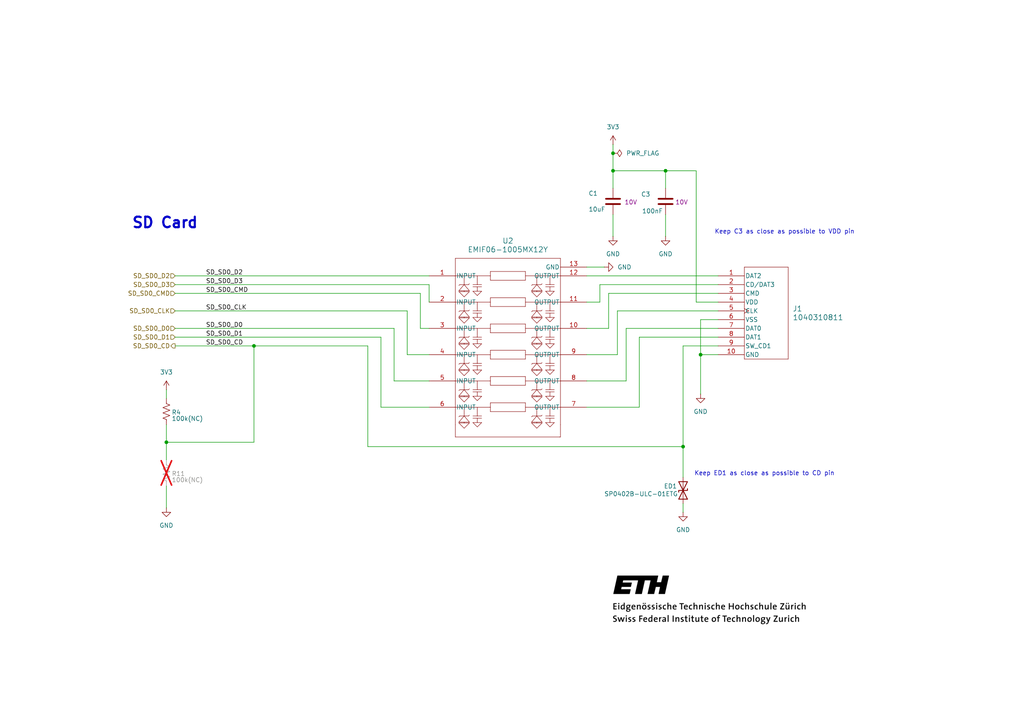
<source format=kicad_sch>
(kicad_sch (version 20250114) (generator "eeschema") (generator_version "9.0")
  (paper "A4")
  (title_block (title "BT-MV Duo 01 Deck") (date "4.11.2025") (rev "A"))
  (lib_symbols
    (symbol "Device:C" (pin_numbers (hide yes)) (pin_names (offset 0.254))
      (property "Reference" "C" (at 0.635 2.54 0))
      (property "Value" "C" (at 0.635 -2.54 0))
      (symbol "C_0_1"
        (polyline (pts (xy -2.032 0.762) (xy 2.032 0.762)) (stroke (width 0.508)))
        (polyline (pts (xy -2.032 -0.762) (xy 2.032 -0.762)) (stroke (width 0.508)))
      )
      (symbol "C_1_1"
        (pin passive line (at 0 3.81 270) (length 2.794) (name "~") (number "1"))
        (pin passive line (at 0 -3.81 90) (length 2.794) (name "~") (number "2"))
      )
    )
    (symbol "Device:D_TVS" (pin_numbers (hide yes)) (pin_names (offset 1.016) (hide yes))
      (property "Reference" "D" (at 0 2.54 0))
      (property "Value" "D_TVS" (at 0 -2.54 0))
      (symbol "D_TVS_0_1"
        (polyline (pts (xy -2.54 1.27) (xy -2.54 -1.27) (xy 2.54 1.27) (xy 2.54 -1.27) (xy -2.54 1.27)) (stroke (width 0.254)))
        (polyline (pts (xy 0.508 1.27) (xy 0 1.27) (xy 0 -1.27) (xy -0.508 -1.27)) (stroke (width 0.254)))
        (polyline (pts (xy 1.27 0) (xy -1.27 0)))
      )
      (symbol "D_TVS_1_1"
        (pin passive line (at -3.81 0 0) (length 2.54) (name "A1") (number "1"))
        (pin passive line (at 3.81 0 180) (length 2.54) (name "A2") (number "2"))
      )
    )
    (symbol "Device:R_US" (pin_numbers (hide yes)) (pin_names (offset 0))
      (property "Reference" "R" (at 2.54 0 90))
      (property "Value" "R_US" (at -2.54 0 90))
      (symbol "R_US_0_1"
        (polyline (pts (xy 0 2.286) (xy 0 2.54)))
        (polyline (pts (xy 0 2.286) (xy 1.016 1.905) (xy 0 1.524) (xy -1.016 1.143) (xy 0 0.762)))
        (polyline (pts (xy 0 0.762) (xy 1.016 0.381) (xy 0 0) (xy -1.016 -0.381) (xy 0 -0.762)))
        (polyline (pts (xy 0 -0.762) (xy 1.016 -1.143) (xy 0 -1.524) (xy -1.016 -1.905) (xy 0 -2.286)))
        (polyline (pts (xy 0 -2.286) (xy 0 -2.54)))
      )
      (symbol "R_US_1_1"
        (pin passive line (at 0 3.81 270) (length 1.27) (name "~") (number "1"))
        (pin passive line (at 0 -3.81 90) (length 1.27) (name "~") (number "2"))
      )
    )
    (symbol "Milk V Library:1040310811" (pin_names (offset 0.254))
      (property "Reference" "J" (at 21.59 3.302 0))
      (property "Value" "1040310811" (at 14.732 -23.368 0))
      (symbol "1040310811_0_1"
        (polyline (pts (xy 7.62 5.08) (xy 7.62 -21.59)) (stroke (width 0.127)))
        (polyline (pts (xy 7.62 -21.59) (xy 20.32 -21.59)) (stroke (width 0.127)))
        (polyline (pts (xy 20.32 5.08) (xy 7.62 5.08)) (stroke (width 0.127)))
        (polyline (pts (xy 20.32 -21.59) (xy 20.32 5.08)) (stroke (width 0.127)))
        (pin bidirectional line (at 0 2.54 0) (length 7.62) (name "DAT2") (number "1"))
        (pin bidirectional line (at 0 0 0) (length 7.62) (name "CD/DAT3") (number "2"))
        (pin power_in line (at 0 -5.08 0) (length 7.62) (name "VDD") (number "4"))
      )
      (symbol "1040310811_1_1"
        (pin bidirectional line (at 0 -2.54 0) (length 7.62) (name "CMD") (number "3"))
        (pin input clock (at 0 -7.62 0) (length 7.62) (name "CLK") (number "5"))
        (pin passive line (at 0 -10.16 0) (length 7.62) (name "VSS") (number "6"))
        (pin bidirectional line (at 0 -12.7 0) (length 7.62) (name "DAT0") (number "7"))
        (pin bidirectional line (at 0 -15.24 0) (length 7.62) (name "DAT1") (number "8"))
        (pin passive line (at 0 -17.78 0) (length 7.62) (name "SW_CD1") (number "9"))
        (pin passive line (at 0 -20.32 0) (length 7.62) (name "GND") (number "10"))
      )
    )
    (symbol "Milk V Library:EMIF06-1005MX12Y" (pin_names (offset 0.254))
      (property "Reference" "U2" (at 22.86 10.16 0))
      (property "Value" "EMIF06-1005MX12Y" (at 22.86 7.62 0))
      (symbol "EMIF06-1005MX12Y_0_1"
        (polyline (pts (xy 7.62 5.08) (xy 7.62 -43.18)) (stroke (width 0.127)))
        (polyline (pts (xy 7.62 0) (xy 17.78 0)) (stroke (width 0.127)))
        (polyline (pts (xy 7.62 -7.62) (xy 17.78 -7.62)) (stroke (width 0.127)))
        (polyline (pts (xy 7.62 -15.24) (xy 17.78 -15.24)) (stroke (width 0.127)))
        (polyline (pts (xy 7.62 -22.86) (xy 17.78 -22.86)) (stroke (width 0.127)))
        (polyline (pts (xy 7.62 -30.48) (xy 17.78 -30.48)) (stroke (width 0.127)))
        (polyline (pts (xy 7.62 -38.1) (xy 17.78 -38.1)) (stroke (width 0.127)))
        (polyline (pts (xy 7.62 -46.736) (xy 7.62 -43.18)) (stroke (width 0.127)))
        (polyline (pts (xy 7.62 -46.736) (xy 37.846 -46.736)) (stroke (width 0.127)))
        (polyline (pts (xy 8.636 -4.318) (xy 11.684 -4.318)) (stroke (width 0.127)))
        (polyline (pts (xy 8.636 -4.572) (xy 10.16 -6.096)) (stroke (width 0.127)))
        (polyline (pts (xy 8.636 -11.938) (xy 11.684 -11.938)) (stroke (width 0.127)))
        (polyline (pts (xy 8.636 -12.192) (xy 10.16 -13.716)) (stroke (width 0.127)))
        (polyline (pts (xy 8.636 -19.558) (xy 11.684 -19.558)) (stroke (width 0.127)))
        (polyline (pts (xy 8.636 -19.812) (xy 10.16 -21.336)) (stroke (width 0.127)))
        (polyline (pts (xy 8.636 -27.178) (xy 11.684 -27.178)) (stroke (width 0.127)))
        (polyline (pts (xy 8.636 -27.432) (xy 10.16 -28.956)) (stroke (width 0.127)))
        (polyline (pts (xy 8.636 -34.798) (xy 11.684 -34.798)) (stroke (width 0.127)))
        (polyline (pts (xy 8.636 -35.052) (xy 10.16 -36.576)) (stroke (width 0.127)))
        (polyline (pts (xy 8.636 -42.418) (xy 11.684 -42.418)) (stroke (width 0.127)))
        (polyline (pts (xy 8.636 -42.672) (xy 10.16 -44.196)) (stroke (width 0.127)))
        (polyline (pts (xy 8.89 -2.54) (xy 8.636 -2.794)) (stroke (width 0.127)))
        (polyline (pts (xy 8.89 -10.16) (xy 8.636 -10.414)) (stroke (width 0.127)))
        (polyline (pts (xy 8.89 -17.78) (xy 8.636 -18.034)) (stroke (width 0.127)))
        (polyline (pts (xy 8.89 -25.4) (xy 8.636 -25.654)) (stroke (width 0.127)))
        (polyline (pts (xy 8.89 -33.02) (xy 8.636 -33.274)) (stroke (width 0.127)))
        (polyline (pts (xy 8.89 -40.64) (xy 8.636 -40.894)) (stroke (width 0.127)))
        (polyline (pts (xy 10.16 0) (xy 10.16 -2.54)) (stroke (width 0.127)))
        (polyline (pts (xy 10.16 -2.54) (xy 8.636 -4.318)) (stroke (width 0.127)))
        (polyline (pts (xy 10.16 -2.54) (xy 8.89 -2.54)) (stroke (width 0.127)))
        (polyline (pts (xy 10.16 -2.54) (xy 11.43 -2.54)) (stroke (width 0.127)))
        (polyline (pts (xy 10.16 -4.318) (xy 10.16 -4.572)) (stroke (width 0.127)))
        (polyline (pts (xy 10.16 -4.572) (xy 8.636 -4.572)) (stroke (width 0.127)))
        (polyline (pts (xy 10.16 -6.096) (xy 11.684 -4.572)) (stroke (width 0.127)))
        (polyline (pts (xy 10.16 -7.62) (xy 10.16 -10.16)) (stroke (width 0.127)))
        (polyline (pts (xy 10.16 -10.16) (xy 8.636 -11.938)) (stroke (width 0.127)))
        (polyline (pts (xy 10.16 -10.16) (xy 8.89 -10.16)) (stroke (width 0.127)))
        (polyline (pts (xy 10.16 -10.16) (xy 11.43 -10.16)) (stroke (width 0.127)))
        (polyline (pts (xy 10.16 -11.938) (xy 10.16 -12.192)) (stroke (width 0.127)))
        (polyline (pts (xy 10.16 -12.192) (xy 8.636 -12.192)) (stroke (width 0.127)))
        (polyline (pts (xy 10.16 -13.716) (xy 11.684 -12.192)) (stroke (width 0.127)))
        (polyline (pts (xy 10.16 -15.24) (xy 10.16 -17.78)) (stroke (width 0.127)))
        (polyline (pts (xy 10.16 -17.78) (xy 8.636 -19.558)) (stroke (width 0.127)))
        (polyline (pts (xy 10.16 -17.78) (xy 8.89 -17.78)) (stroke (width 0.127)))
        (polyline (pts (xy 10.16 -17.78) (xy 11.43 -17.78)) (stroke (width 0.127)))
        (polyline (pts (xy 10.16 -19.558) (xy 10.16 -19.812)) (stroke (width 0.127)))
        (polyline (pts (xy 10.16 -19.812) (xy 8.636 -19.812)) (stroke (width 0.127)))
        (polyline (pts (xy 10.16 -21.336) (xy 11.684 -19.812)) (stroke (width 0.127)))
        (polyline (pts (xy 10.16 -22.86) (xy 10.16 -25.4)) (stroke (width 0.127)))
        (polyline (pts (xy 10.16 -25.4) (xy 8.636 -27.178)) (stroke (width 0.127)))
        (polyline (pts (xy 10.16 -25.4) (xy 8.89 -25.4)) (stroke (width 0.127)))
        (polyline (pts (xy 10.16 -25.4) (xy 11.43 -25.4)) (stroke (width 0.127)))
        (polyline (pts (xy 10.16 -27.178) (xy 10.16 -27.432)) (stroke (width 0.127)))
        (polyline (pts (xy 10.16 -27.432) (xy 8.636 -27.432)) (stroke (width 0.127)))
        (polyline (pts (xy 10.16 -28.956) (xy 11.684 -27.432)) (stroke (width 0.127)))
        (polyline (pts (xy 10.16 -30.48) (xy 10.16 -33.02)) (stroke (width 0.127)))
        (polyline (pts (xy 10.16 -33.02) (xy 8.636 -34.798)) (stroke (width 0.127)))
        (polyline (pts (xy 10.16 -33.02) (xy 8.89 -33.02)) (stroke (width 0.127)))
        (polyline (pts (xy 10.16 -33.02) (xy 11.43 -33.02)) (stroke (width 0.127)))
        (polyline (pts (xy 10.16 -34.798) (xy 10.16 -35.052)) (stroke (width 0.127)))
        (polyline (pts (xy 10.16 -35.052) (xy 8.636 -35.052)) (stroke (width 0.127)))
        (polyline (pts (xy 10.16 -36.576) (xy 11.684 -35.052)) (stroke (width 0.127)))
        (polyline (pts (xy 10.16 -38.1) (xy 10.16 -40.64)) (stroke (width 0.127)))
        (polyline (pts (xy 10.16 -40.64) (xy 8.636 -42.418)) (stroke (width 0.127)))
        (polyline (pts (xy 10.16 -40.64) (xy 8.89 -40.64)) (stroke (width 0.127)))
        (polyline (pts (xy 10.16 -40.64) (xy 11.43 -40.64)) (stroke (width 0.127)))
        (polyline (pts (xy 10.16 -42.418) (xy 10.16 -42.672)) (stroke (width 0.127)))
        (polyline (pts (xy 10.16 -42.672) (xy 8.636 -42.672)) (stroke (width 0.127)))
        (polyline (pts (xy 10.16 -44.196) (xy 11.684 -42.672)) (stroke (width 0.127)))
        (polyline (pts (xy 11.43 -2.54) (xy 11.684 -2.286)) (stroke (width 0.127)))
        (polyline (pts (xy 11.43 -10.16) (xy 11.684 -9.906)) (stroke (width 0.127)))
        (polyline (pts (xy 11.43 -17.78) (xy 11.684 -17.526)) (stroke (width 0.127)))
        (polyline (pts (xy 11.43 -25.4) (xy 11.684 -25.146)) (stroke (width 0.127)))
        (polyline (pts (xy 11.43 -33.02) (xy 11.684 -32.766)) (stroke (width 0.127)))
        (polyline (pts (xy 11.43 -40.64) (xy 11.684 -40.386)) (stroke (width 0.127)))
        (polyline (pts (xy 11.684 -4.318) (xy 10.16 -2.54)) (stroke (width 0.127)))
        (polyline (pts (xy 11.684 -4.572) (xy 10.16 -4.572)) (stroke (width 0.127)))
        (polyline (pts (xy 11.684 -11.938) (xy 10.16 -10.16)) (stroke (width 0.127)))
        (polyline (pts (xy 11.684 -12.192) (xy 10.16 -12.192)) (stroke (width 0.127)))
        (polyline (pts (xy 11.684 -19.558) (xy 10.16 -17.78)) (stroke (width 0.127)))
        (polyline (pts (xy 11.684 -19.812) (xy 10.16 -19.812)) (stroke (width 0.127)))
        (polyline (pts (xy 11.684 -27.178) (xy 10.16 -25.4)) (stroke (width 0.127)))
        (polyline (pts (xy 11.684 -27.432) (xy 10.16 -27.432)) (stroke (width 0.127)))
        (polyline (pts (xy 11.684 -34.798) (xy 10.16 -33.02)) (stroke (width 0.127)))
        (polyline (pts (xy 11.684 -35.052) (xy 10.16 -35.052)) (stroke (width 0.127)))
        (polyline (pts (xy 11.684 -42.418) (xy 10.16 -40.64)) (stroke (width 0.127)))
        (polyline (pts (xy 11.684 -42.672) (xy 10.16 -42.672)) (stroke (width 0.127)))
        (polyline (pts (xy 12.7 -3.175) (xy 15.24 -3.175)) (stroke (width 0.127)))
        (polyline (pts (xy 12.7 -4.445) (xy 13.97 -5.715)) (stroke (width 0.127)))
        (polyline (pts (xy 12.7 -10.795) (xy 15.24 -10.795)) (stroke (width 0.127)))
        (polyline (pts (xy 12.7 -12.065) (xy 13.97 -13.335)) (stroke (width 0.127)))
        (polyline (pts (xy 12.7 -18.415) (xy 15.24 -18.415)) (stroke (width 0.127)))
        (polyline (pts (xy 12.7 -19.685) (xy 13.97 -20.955)) (stroke (width 0.127)))
        (polyline (pts (xy 12.7 -26.035) (xy 15.24 -26.035)) (stroke (width 0.127)))
        (polyline (pts (xy 12.7 -27.305) (xy 13.97 -28.575)) (stroke (width 0.127)))
        (polyline (pts (xy 12.7 -33.655) (xy 15.24 -33.655)) (stroke (width 0.127)))
        (polyline (pts (xy 12.7 -34.925) (xy 13.97 -36.195)) (stroke (width 0.127)))
        (polyline (pts (xy 12.7 -41.275) (xy 15.24 -41.275)) (stroke (width 0.127)))
        (polyline (pts (xy 12.7 -42.545) (xy 13.97 -43.815)) (stroke (width 0.127)))
        (polyline (pts (xy 13.97 0) (xy 13.97 -2.54)) (stroke (width 0.127)))
        (polyline (pts (xy 13.97 -2.54) (xy 12.7 -2.54)) (stroke (width 0.127)))
        (polyline (pts (xy 13.97 -2.54) (xy 15.24 -2.54)) (stroke (width 0.127)))
        (polyline (pts (xy 13.97 -3.175) (xy 13.97 -4.445)) (stroke (width 0.127)))
        (polyline (pts (xy 13.97 -4.445) (xy 12.7 -4.445)) (stroke (width 0.127)))
        (polyline (pts (xy 13.97 -4.445) (xy 15.24 -4.445)) (stroke (width 0.127)))
        (polyline (pts (xy 13.97 -7.62) (xy 13.97 -10.16)) (stroke (width 0.127)))
        (polyline (pts (xy 13.97 -10.16) (xy 12.7 -10.16)) (stroke (width 0.127)))
        (polyline (pts (xy 13.97 -10.16) (xy 15.24 -10.16)) (stroke (width 0.127)))
        (polyline (pts (xy 13.97 -10.795) (xy 13.97 -12.065)) (stroke (width 0.127)))
        (polyline (pts (xy 13.97 -12.065) (xy 12.7 -12.065)) (stroke (width 0.127)))
        (polyline (pts (xy 13.97 -12.065) (xy 15.24 -12.065)) (stroke (width 0.127)))
        (polyline (pts (xy 13.97 -15.24) (xy 13.97 -17.78)) (stroke (width 0.127)))
        (polyline (pts (xy 13.97 -17.78) (xy 12.7 -17.78)) (stroke (width 0.127)))
        (polyline (pts (xy 13.97 -17.78) (xy 15.24 -17.78)) (stroke (width 0.127)))
        (polyline (pts (xy 13.97 -18.415) (xy 13.97 -19.685)) (stroke (width 0.127)))
        (polyline (pts (xy 13.97 -19.685) (xy 12.7 -19.685)) (stroke (width 0.127)))
        (polyline (pts (xy 13.97 -19.685) (xy 15.24 -19.685)) (stroke (width 0.127)))
        (polyline (pts (xy 13.97 -22.86) (xy 13.97 -25.4)) (stroke (width 0.127)))
        (polyline (pts (xy 13.97 -25.4) (xy 12.7 -25.4)) (stroke (width 0.127)))
        (polyline (pts (xy 13.97 -25.4) (xy 15.24 -25.4)) (stroke (width 0.127)))
        (polyline (pts (xy 13.97 -26.035) (xy 13.97 -27.305)) (stroke (width 0.127)))
        (polyline (pts (xy 13.97 -27.305) (xy 12.7 -27.305)) (stroke (width 0.127)))
        (polyline (pts (xy 13.97 -27.305) (xy 15.24 -27.305)) (stroke (width 0.127)))
        (polyline (pts (xy 13.97 -30.48) (xy 13.97 -33.02)) (stroke (width 0.127)))
        (polyline (pts (xy 13.97 -33.02) (xy 12.7 -33.02)) (stroke (width 0.127)))
        (polyline (pts (xy 13.97 -33.02) (xy 15.24 -33.02)) (stroke (width 0.127)))
        (polyline (pts (xy 13.97 -33.655) (xy 13.97 -34.925)) (stroke (width 0.127)))
        (polyline (pts (xy 13.97 -34.925) (xy 12.7 -34.925)) (stroke (width 0.127)))
        (polyline (pts (xy 13.97 -34.925) (xy 15.24 -34.925)) (stroke (width 0.127)))
        (polyline (pts (xy 13.97 -38.1) (xy 13.97 -40.64)) (stroke (width 0.127)))
        (polyline (pts (xy 13.97 -40.64) (xy 12.7 -40.64)) (stroke (width 0.127)))
        (polyline (pts (xy 13.97 -40.64) (xy 15.24 -40.64)) (stroke (width 0.127)))
        (polyline (pts (xy 13.97 -41.275) (xy 13.97 -42.545)) (stroke (width 0.127)))
        (polyline (pts (xy 13.97 -42.545) (xy 12.7 -42.545)) (stroke (width 0.127)))
        (polyline (pts (xy 13.97 -42.545) (xy 15.24 -42.545)) (stroke (width 0.127)))
        (polyline (pts (xy 15.24 -4.445) (xy 13.97 -5.715)) (stroke (width 0.127)))
        (polyline (pts (xy 15.24 -12.065) (xy 13.97 -13.335)) (stroke (width 0.127)))
        (polyline (pts (xy 15.24 -19.685) (xy 13.97 -20.955)) (stroke (width 0.127)))
        (polyline (pts (xy 15.24 -27.305) (xy 13.97 -28.575)) (stroke (width 0.127)))
        (polyline (pts (xy 15.24 -34.925) (xy 13.97 -36.195)) (stroke (width 0.127)))
        (polyline (pts (xy 15.24 -42.545) (xy 13.97 -43.815)) (stroke (width 0.127)))
        (polyline (pts (xy 17.78 0) (xy 17.78 1.27)) (stroke (width 0.127)))
        (polyline (pts (xy 17.78 0) (xy 17.78 -1.27)) (stroke (width 0.127)))
        (polyline (pts (xy 17.78 -1.27) (xy 27.94 -1.27)) (stroke (width 0.127)))
        (polyline (pts (xy 17.78 -7.62) (xy 17.78 -6.35)) (stroke (width 0.127)))
        (polyline (pts (xy 17.78 -7.62) (xy 17.78 -8.89)) (stroke (width 0.127)))
        (polyline (pts (xy 17.78 -8.89) (xy 27.94 -8.89)) (stroke (width 0.127)))
        (polyline (pts (xy 17.78 -15.24) (xy 17.78 -13.97)) (stroke (width 0.127)))
        (polyline (pts (xy 17.78 -15.24) (xy 17.78 -16.51)) (stroke (width 0.127)))
        (polyline (pts (xy 17.78 -16.51) (xy 27.94 -16.51)) (stroke (width 0.127)))
        (polyline (pts (xy 17.78 -22.86) (xy 17.78 -21.59)) (stroke (width 0.127)))
        (polyline (pts (xy 17.78 -22.86) (xy 17.78 -24.13)) (stroke (width 0.127)))
        (polyline (pts (xy 17.78 -24.13) (xy 27.94 -24.13)) (stroke (width 0.127)))
        (polyline (pts (xy 17.78 -30.48) (xy 17.78 -29.21)) (stroke (width 0.127)))
        (polyline (pts (xy 17.78 -30.48) (xy 17.78 -31.75)) (stroke (width 0.127)))
        (polyline (pts (xy 17.78 -31.75) (xy 27.94 -31.75)) (stroke (width 0.127)))
        (polyline (pts (xy 17.78 -38.1) (xy 17.78 -36.83)) (stroke (width 0.127)))
        (polyline (pts (xy 17.78 -38.1) (xy 17.78 -39.37)) (stroke (width 0.127)))
        (polyline (pts (xy 17.78 -39.37) (xy 27.94 -39.37)) (stroke (width 0.127)))
        (polyline (pts (xy 27.94 1.27) (xy 17.78 1.27)) (stroke (width 0.127)))
        (polyline (pts (xy 27.94 -1.27) (xy 27.94 1.27)) (stroke (width 0.127)))
        (polyline (pts (xy 27.94 -6.35) (xy 17.78 -6.35)) (stroke (width 0.127)))
        (polyline (pts (xy 27.94 -8.89) (xy 27.94 -6.35)) (stroke (width 0.127)))
        (polyline (pts (xy 27.94 -13.97) (xy 17.78 -13.97)) (stroke (width 0.127)))
        (polyline (pts (xy 27.94 -16.51) (xy 27.94 -13.97)) (stroke (width 0.127)))
        (polyline (pts (xy 27.94 -21.59) (xy 17.78 -21.59)) (stroke (width 0.127)))
        (polyline (pts (xy 27.94 -24.13) (xy 27.94 -21.59)) (stroke (width 0.127)))
        (polyline (pts (xy 27.94 -29.21) (xy 17.78 -29.21)) (stroke (width 0.127)))
        (polyline (pts (xy 27.94 -31.75) (xy 27.94 -29.21)) (stroke (width 0.127)))
        (polyline (pts (xy 27.94 -36.83) (xy 17.78 -36.83)) (stroke (width 0.127)))
        (polyline (pts (xy 27.94 -39.37) (xy 27.94 -36.83)) (stroke (width 0.127)))
        (polyline (pts (xy 29.718 -4.318) (xy 32.766 -4.318)) (stroke (width 0.127)))
        (polyline (pts (xy 29.718 -4.572) (xy 31.242 -6.096)) (stroke (width 0.127)))
        (polyline (pts (xy 29.718 -11.938) (xy 32.766 -11.938)) (stroke (width 0.127)))
        (polyline (pts (xy 29.718 -12.192) (xy 31.242 -13.716)) (stroke (width 0.127)))
        (polyline (pts (xy 29.718 -19.558) (xy 32.766 -19.558)) (stroke (width 0.127)))
        (polyline (pts (xy 29.718 -19.812) (xy 31.242 -21.336)) (stroke (width 0.127)))
        (polyline (pts (xy 29.718 -27.178) (xy 32.766 -27.178)) (stroke (width 0.127)))
        (polyline (pts (xy 29.718 -27.432) (xy 31.242 -28.956)) (stroke (width 0.127)))
        (polyline (pts (xy 29.718 -34.798) (xy 32.766 -34.798)) (stroke (width 0.127)))
        (polyline (pts (xy 29.718 -35.052) (xy 31.242 -36.576)) (stroke (width 0.127)))
        (polyline (pts (xy 29.718 -42.418) (xy 32.766 -42.418)) (stroke (width 0.127)))
        (polyline (pts (xy 29.718 -42.672) (xy 31.242 -44.196)) (stroke (width 0.127)))
        (polyline (pts (xy 29.972 -2.54) (xy 29.718 -2.794)) (stroke (width 0.127)))
        (polyline (pts (xy 29.972 -10.16) (xy 29.718 -10.414)) (stroke (width 0.127)))
        (polyline (pts (xy 29.972 -17.78) (xy 29.718 -18.034)) (stroke (width 0.127)))
        (polyline (pts (xy 29.972 -25.4) (xy 29.718 -25.654)) (stroke (width 0.127)))
        (polyline (pts (xy 29.972 -33.02) (xy 29.718 -33.274)) (stroke (width 0.127)))
        (polyline (pts (xy 29.972 -40.64) (xy 29.718 -40.894)) (stroke (width 0.127)))
        (polyline (pts (xy 31.242 0) (xy 31.242 -2.54)) (stroke (width 0.127)))
        (polyline (pts (xy 31.242 -2.54) (xy 29.718 -4.318)) (stroke (width 0.127)))
        (polyline (pts (xy 31.242 -2.54) (xy 29.972 -2.54)) (stroke (width 0.127)))
        (polyline (pts (xy 31.242 -2.54) (xy 32.512 -2.54)) (stroke (width 0.127)))
        (polyline (pts (xy 31.242 -4.318) (xy 31.242 -4.572)) (stroke (width 0.127)))
        (polyline (pts (xy 31.242 -4.572) (xy 29.718 -4.572)) (stroke (width 0.127)))
        (polyline (pts (xy 31.242 -6.096) (xy 32.766 -4.572)) (stroke (width 0.127)))
        (polyline (pts (xy 31.242 -7.62) (xy 31.242 -10.16)) (stroke (width 0.127)))
        (polyline (pts (xy 31.242 -10.16) (xy 29.718 -11.938)) (stroke (width 0.127)))
        (polyline (pts (xy 31.242 -10.16) (xy 29.972 -10.16)) (stroke (width 0.127)))
        (polyline (pts (xy 31.242 -10.16) (xy 32.512 -10.16)) (stroke (width 0.127)))
        (polyline (pts (xy 31.242 -11.938) (xy 31.242 -12.192)) (stroke (width 0.127)))
        (polyline (pts (xy 31.242 -12.192) (xy 29.718 -12.192)) (stroke (width 0.127)))
        (polyline (pts (xy 31.242 -13.716) (xy 32.766 -12.192)) (stroke (width 0.127)))
        (polyline (pts (xy 31.242 -15.24) (xy 31.242 -17.78)) (stroke (width 0.127)))
        (polyline (pts (xy 31.242 -17.78) (xy 29.718 -19.558)) (stroke (width 0.127)))
        (polyline (pts (xy 31.242 -17.78) (xy 29.972 -17.78)) (stroke (width 0.127)))
        (polyline (pts (xy 31.242 -17.78) (xy 32.512 -17.78)) (stroke (width 0.127)))
        (polyline (pts (xy 31.242 -19.558) (xy 31.242 -19.812)) (stroke (width 0.127)))
        (polyline (pts (xy 31.242 -19.812) (xy 29.718 -19.812)) (stroke (width 0.127)))
        (polyline (pts (xy 31.242 -21.336) (xy 32.766 -19.812)) (stroke (width 0.127)))
        (polyline (pts (xy 31.242 -22.86) (xy 31.242 -25.4)) (stroke (width 0.127)))
        (polyline (pts (xy 31.242 -25.4) (xy 29.718 -27.178)) (stroke (width 0.127)))
        (polyline (pts (xy 31.242 -25.4) (xy 29.972 -25.4)) (stroke (width 0.127)))
        (polyline (pts (xy 31.242 -25.4) (xy 32.512 -25.4)) (stroke (width 0.127)))
        (polyline (pts (xy 31.242 -27.178) (xy 31.242 -27.432)) (stroke (width 0.127)))
        (polyline (pts (xy 31.242 -27.432) (xy 29.718 -27.432)) (stroke (width 0.127)))
        (polyline (pts (xy 31.242 -28.956) (xy 32.766 -27.432)) (stroke (width 0.127)))
        (polyline (pts (xy 31.242 -30.48) (xy 31.242 -33.02)) (stroke (width 0.127)))
        (polyline (pts (xy 31.242 -33.02) (xy 29.718 -34.798)) (stroke (width 0.127)))
        (polyline (pts (xy 31.242 -33.02) (xy 29.972 -33.02)) (stroke (width 0.127)))
        (polyline (pts (xy 31.242 -33.02) (xy 32.512 -33.02)) (stroke (width 0.127)))
        (polyline (pts (xy 31.242 -34.798) (xy 31.242 -35.052)) (stroke (width 0.127)))
        (polyline (pts (xy 31.242 -35.052) (xy 29.718 -35.052)) (stroke (width 0.127)))
        (polyline (pts (xy 31.242 -36.576) (xy 32.766 -35.052)) (stroke (width 0.127)))
        (polyline (pts (xy 31.242 -38.1) (xy 31.242 -40.64)) (stroke (width 0.127)))
        (polyline (pts (xy 31.242 -40.64) (xy 29.718 -42.418)) (stroke (width 0.127)))
        (polyline (pts (xy 31.242 -40.64) (xy 29.972 -40.64)) (stroke (width 0.127)))
        (polyline (pts (xy 31.242 -40.64) (xy 32.512 -40.64)) (stroke (width 0.127)))
        (polyline (pts (xy 31.242 -42.418) (xy 31.242 -42.672)) (stroke (width 0.127)))
        (polyline (pts (xy 31.242 -42.672) (xy 29.718 -42.672)) (stroke (width 0.127)))
        (polyline (pts (xy 31.242 -44.196) (xy 32.766 -42.672)) (stroke (width 0.127)))
        (polyline (pts (xy 32.512 -2.54) (xy 32.766 -2.286)) (stroke (width 0.127)))
        (polyline (pts (xy 32.512 -10.16) (xy 32.766 -9.906)) (stroke (width 0.127)))
        (polyline (pts (xy 32.512 -17.78) (xy 32.766 -17.526)) (stroke (width 0.127)))
        (polyline (pts (xy 32.512 -25.4) (xy 32.766 -25.146)) (stroke (width 0.127)))
        (polyline (pts (xy 32.512 -33.02) (xy 32.766 -32.766)) (stroke (width 0.127)))
        (polyline (pts (xy 32.512 -40.64) (xy 32.766 -40.386)) (stroke (width 0.127)))
        (polyline (pts (xy 32.766 -4.318) (xy 31.242 -2.54)) (stroke (width 0.127)))
        (polyline (pts (xy 32.766 -4.572) (xy 31.242 -4.572)) (stroke (width 0.127)))
        (polyline (pts (xy 32.766 -11.938) (xy 31.242 -10.16)) (stroke (width 0.127)))
        (polyline (pts (xy 32.766 -12.192) (xy 31.242 -12.192)) (stroke (width 0.127)))
        (polyline (pts (xy 32.766 -19.558) (xy 31.242 -17.78)) (stroke (width 0.127)))
        (polyline (pts (xy 32.766 -19.812) (xy 31.242 -19.812)) (stroke (width 0.127)))
        (polyline (pts (xy 32.766 -27.178) (xy 31.242 -25.4)) (stroke (width 0.127)))
        (polyline (pts (xy 32.766 -27.432) (xy 31.242 -27.432)) (stroke (width 0.127)))
        (polyline (pts (xy 32.766 -34.798) (xy 31.242 -33.02)) (stroke (width 0.127)))
        (polyline (pts (xy 32.766 -35.052) (xy 31.242 -35.052)) (stroke (width 0.127)))
        (polyline (pts (xy 32.766 -42.418) (xy 31.242 -40.64)) (stroke (width 0.127)))
        (polyline (pts (xy 32.766 -42.672) (xy 31.242 -42.672)) (stroke (width 0.127)))
        (polyline (pts (xy 33.782 -3.175) (xy 36.322 -3.175)) (stroke (width 0.127)))
        (polyline (pts (xy 33.782 -4.445) (xy 35.052 -5.715)) (stroke (width 0.127)))
        (polyline (pts (xy 33.782 -10.795) (xy 36.322 -10.795)) (stroke (width 0.127)))
        (polyline (pts (xy 33.782 -12.065) (xy 35.052 -13.335)) (stroke (width 0.127)))
        (polyline (pts (xy 33.782 -18.415) (xy 36.322 -18.415)) (stroke (width 0.127)))
        (polyline (pts (xy 33.782 -19.685) (xy 35.052 -20.955)) (stroke (width 0.127)))
        (polyline (pts (xy 33.782 -26.035) (xy 36.322 -26.035)) (stroke (width 0.127)))
        (polyline (pts (xy 33.782 -27.305) (xy 35.052 -28.575)) (stroke (width 0.127)))
        (polyline (pts (xy 33.782 -33.655) (xy 36.322 -33.655)) (stroke (width 0.127)))
        (polyline (pts (xy 33.782 -34.925) (xy 35.052 -36.195)) (stroke (width 0.127)))
        (polyline (pts (xy 33.782 -41.275) (xy 36.322 -41.275)) (stroke (width 0.127)))
        (polyline (pts (xy 33.782 -42.545) (xy 35.052 -43.815)) (stroke (width 0.127)))
        (polyline (pts (xy 35.052 0) (xy 35.052 -2.54)) (stroke (width 0.127)))
        (polyline (pts (xy 35.052 -2.54) (xy 33.782 -2.54)) (stroke (width 0.127)))
        (polyline (pts (xy 35.052 -2.54) (xy 36.322 -2.54)) (stroke (width 0.127)))
        (polyline (pts (xy 35.052 -3.175) (xy 35.052 -4.445)) (stroke (width 0.127)))
        (polyline (pts (xy 35.052 -4.445) (xy 33.782 -4.445)) (stroke (width 0.127)))
        (polyline (pts (xy 35.052 -4.445) (xy 36.322 -4.445)) (stroke (width 0.127)))
        (polyline (pts (xy 35.052 -7.62) (xy 35.052 -10.16)) (stroke (width 0.127)))
        (polyline (pts (xy 35.052 -10.16) (xy 33.782 -10.16)) (stroke (width 0.127)))
        (polyline (pts (xy 35.052 -10.16) (xy 36.322 -10.16)) (stroke (width 0.127)))
        (polyline (pts (xy 35.052 -10.795) (xy 35.052 -12.065)) (stroke (width 0.127)))
        (polyline (pts (xy 35.052 -12.065) (xy 33.782 -12.065)) (stroke (width 0.127)))
        (polyline (pts (xy 35.052 -12.065) (xy 36.322 -12.065)) (stroke (width 0.127)))
        (polyline (pts (xy 35.052 -15.24) (xy 35.052 -17.78)) (stroke (width 0.127)))
        (polyline (pts (xy 35.052 -17.78) (xy 33.782 -17.78)) (stroke (width 0.127)))
        (polyline (pts (xy 35.052 -17.78) (xy 36.322 -17.78)) (stroke (width 0.127)))
        (polyline (pts (xy 35.052 -18.415) (xy 35.052 -19.685)) (stroke (width 0.127)))
        (polyline (pts (xy 35.052 -19.685) (xy 33.782 -19.685)) (stroke (width 0.127)))
        (polyline (pts (xy 35.052 -19.685) (xy 36.322 -19.685)) (stroke (width 0.127)))
        (polyline (pts (xy 35.052 -22.86) (xy 35.052 -25.4)) (stroke (width 0.127)))
        (polyline (pts (xy 35.052 -25.4) (xy 33.782 -25.4)) (stroke (width 0.127)))
        (polyline (pts (xy 35.052 -25.4) (xy 36.322 -25.4)) (stroke (width 0.127)))
        (polyline (pts (xy 35.052 -26.035) (xy 35.052 -27.305)) (stroke (width 0.127)))
        (polyline (pts (xy 35.052 -27.305) (xy 33.782 -27.305)) (stroke (width 0.127)))
        (polyline (pts (xy 35.052 -27.305) (xy 36.322 -27.305)) (stroke (width 0.127)))
        (polyline (pts (xy 35.052 -30.48) (xy 35.052 -33.02)) (stroke (width 0.127)))
        (polyline (pts (xy 35.052 -33.02) (xy 33.782 -33.02)) (stroke (width 0.127)))
        (polyline (pts (xy 35.052 -33.02) (xy 36.322 -33.02)) (stroke (width 0.127)))
        (polyline (pts (xy 35.052 -33.655) (xy 35.052 -34.925)) (stroke (width 0.127)))
        (polyline (pts (xy 35.052 -34.925) (xy 33.782 -34.925)) (stroke (width 0.127)))
        (polyline (pts (xy 35.052 -34.925) (xy 36.322 -34.925)) (stroke (width 0.127)))
        (polyline (pts (xy 35.052 -38.1) (xy 35.052 -40.64)) (stroke (width 0.127)))
        (polyline (pts (xy 35.052 -40.64) (xy 33.782 -40.64)) (stroke (width 0.127)))
        (polyline (pts (xy 35.052 -40.64) (xy 36.322 -40.64)) (stroke (width 0.127)))
        (polyline (pts (xy 35.052 -41.275) (xy 35.052 -42.545)) (stroke (width 0.127)))
        (polyline (pts (xy 35.052 -42.545) (xy 33.782 -42.545)) (stroke (width 0.127)))
        (polyline (pts (xy 35.052 -42.545) (xy 36.322 -42.545)) (stroke (width 0.127)))
        (polyline (pts (xy 36.322 -4.445) (xy 35.052 -5.715)) (stroke (width 0.127)))
        (polyline (pts (xy 36.322 -12.065) (xy 35.052 -13.335)) (stroke (width 0.127)))
        (polyline (pts (xy 36.322 -19.685) (xy 35.052 -20.955)) (stroke (width 0.127)))
        (polyline (pts (xy 36.322 -27.305) (xy 35.052 -28.575)) (stroke (width 0.127)))
        (polyline (pts (xy 36.322 -34.925) (xy 35.052 -36.195)) (stroke (width 0.127)))
        (polyline (pts (xy 36.322 -42.545) (xy 35.052 -43.815)) (stroke (width 0.127)))
        (polyline (pts (xy 37.846 -46.736) (xy 38.1 -46.736)) (stroke (width 0.127)))
        (polyline (pts (xy 38.1 5.08) (xy 7.62 5.08)) (stroke (width 0.127)))
        (polyline (pts (xy 38.1 0) (xy 27.94 0)) (stroke (width 0.127)))
        (polyline (pts (xy 38.1 -7.62) (xy 27.94 -7.62)) (stroke (width 0.127)))
        (polyline (pts (xy 38.1 -15.24) (xy 27.94 -15.24)) (stroke (width 0.127)))
        (polyline (pts (xy 38.1 -22.86) (xy 27.94 -22.86)) (stroke (width 0.127)))
        (polyline (pts (xy 38.1 -30.48) (xy 27.94 -30.48)) (stroke (width 0.127)))
        (polyline (pts (xy 38.1 -38.1) (xy 27.94 -38.1)) (stroke (width 0.127)))
        (polyline (pts (xy 38.1 -43.18) (xy 38.1 5.08)) (stroke (width 0.127)))
        (polyline (pts (xy 38.1 -43.18) (xy 38.1 -46.736)) (stroke (width 0.127)))
      )
      (symbol "EMIF06-1005MX12Y_1_1"
        (pin input line (at 0 0 0) (length 7.62) (name "INPUT") (number "1"))
        (pin input line (at 0 -7.62 0) (length 7.62) (name "INPUT") (number "2"))
        (pin input line (at 0 -15.24 0) (length 7.62) (name "INPUT") (number "3"))
        (pin input line (at 0 -22.86 0) (length 7.62) (name "INPUT") (number "4"))
        (pin input line (at 0 -30.48 0) (length 7.62) (name "INPUT") (number "5"))
        (pin input line (at 0 -38.1 0) (length 7.62) (name "INPUT") (number "6"))
        (pin passive line (at 45.72 2.54 180) (length 7.62) (name "GND") (number "13"))
        (pin output line (at 45.72 0 180) (length 7.62) (name "OUTPUT") (number "12"))
        (pin output line (at 45.72 -7.62 180) (length 7.62) (name "OUTPUT") (number "11"))
        (pin output line (at 45.72 -15.24 180) (length 7.62) (name "OUTPUT") (number "10"))
        (pin output line (at 45.72 -22.86 180) (length 7.62) (name "OUTPUT") (number "9"))
        (pin output line (at 45.72 -30.48 180) (length 7.62) (name "OUTPUT") (number "8"))
        (pin output line (at 45.72 -38.1 180) (length 7.62) (name "OUTPUT") (number "7"))
      )
    )
    (symbol "power:+3V3" (power) (pin_numbers (hide yes)) (pin_names (offset 0) (hide yes))
      (property "Value" "+3V3" (at 0 3.556 0))
      (symbol "+3V3_0_1"
        (polyline (pts (xy -0.762 1.27) (xy 0 2.54)))
        (polyline (pts (xy 0 2.54) (xy 0.762 1.27)))
        (polyline (pts (xy 0 0) (xy 0 2.54)))
      )
      (symbol "+3V3_1_1"
        (pin power_in line (at 0 0 90) (length 0) (name "~") (number "1"))
      )
    )
    (symbol "power:GND" (power) (pin_numbers (hide yes)) (pin_names (offset 0) (hide yes))
      (property "Value" "GND" (at 0 -3.81 0))
      (symbol "GND_0_1"
        (polyline (pts (xy 0 0) (xy 0 -1.27) (xy 1.27 -1.27) (xy 0 -2.54) (xy -1.27 -1.27) (xy 0 -1.27)))
      )
      (symbol "GND_1_1"
        (pin power_in line (at 0 0 270) (length 0) (name "~") (number "1"))
      )
    )
    (symbol "power:PWR_FLAG" (power) (pin_numbers (hide yes)) (pin_names (offset 0) (hide yes))
      (property "Value" "PWR_FLAG" (at 0 3.81 0))
      (symbol "PWR_FLAG_0_0"
        (pin power_out line (at 0 0 90) (length 0) (name "~") (number "1"))
      )
      (symbol "PWR_FLAG_0_1"
        (polyline (pts (xy 0 0) (xy 0 1.27) (xy -1.016 1.905) (xy 0 2.54) (xy 1.016 1.905) (xy 0 1.27)))
      )
    )
  )
  (text "Keep ED1 as close as possible to CD pin\n\n" (at 221.742 138.43 0) (effects (font (size 1.27 1.27))))
  (text "SD Card" (at 38.1 66.548 0) (effects (font (size 3.048 3.048) (thickness 0.6096) (bold yes)) (justify left bottom)))
  (text "Keep C3 as close as possible to VDD pin\n" (at 227.584 67.31 0) (effects (font (size 1.27 1.27))))
  (junction (at 48.26 128.27))
  (junction (at 193.04 49.53))
  (junction (at 177.8 49.53))
  (junction (at 177.8 44.45))
  (junction (at 73.66 100.33))
  (junction (at 203.2 102.87))
  (junction (at 198.12 129.54))
  (wire (pts (xy 170.18 110.49) (xy 181.61 110.49)))
  (wire (pts (xy 50.8 100.33) (xy 73.66 100.33)))
  (wire (pts (xy 170.18 80.01) (xy 208.28 80.01)))
  (wire (pts (xy 193.04 62.23) (xy 193.04 68.58)))
  (wire (pts (xy 48.26 123.19) (xy 48.26 128.27)))
  (wire (pts (xy 179.07 90.17) (xy 179.07 102.87)))
  (wire (pts (xy 176.53 85.09) (xy 208.28 85.09)))
  (wire (pts (xy 181.61 110.49) (xy 181.61 95.25)))
  (wire (pts (xy 193.04 49.53) (xy 201.93 49.53)))
  (wire (pts (xy 181.61 95.25) (xy 208.28 95.25)))
  (wire (pts (xy 203.2 102.87) (xy 203.2 114.3)))
  (wire (pts (xy 121.92 85.09) (xy 121.92 95.25)))
  (wire (pts (xy 201.93 49.53) (xy 201.93 87.63)))
  (wire (pts (xy 118.11 102.87) (xy 124.46 102.87)))
  (wire (pts (xy 173.99 87.63) (xy 173.99 82.55)))
  (wire (pts (xy 48.26 140.97) (xy 48.26 147.32)))
  (wire (pts (xy 177.8 49.53) (xy 177.8 54.61)))
  (wire (pts (xy 198.12 146.05) (xy 198.12 148.59)))
  (wire (pts (xy 198.12 100.33) (xy 208.28 100.33)))
  (wire (pts (xy 50.8 95.25) (xy 114.3 95.25)))
  (wire (pts (xy 173.99 82.55) (xy 208.28 82.55)))
  (wire (pts (xy 203.2 92.71) (xy 208.28 92.71)))
  (wire (pts (xy 175.26 77.47) (xy 170.18 77.47)))
  (wire (pts (xy 110.49 97.79) (xy 110.49 118.11)))
  (wire (pts (xy 124.46 82.55) (xy 124.46 87.63)))
  (wire (pts (xy 185.42 118.11) (xy 185.42 97.79)))
  (wire (pts (xy 176.53 95.25) (xy 176.53 85.09)))
  (wire (pts (xy 48.26 128.27) (xy 48.26 133.35)))
  (wire (pts (xy 177.8 41.91) (xy 177.8 44.45)))
  (wire (pts (xy 50.8 90.17) (xy 118.11 90.17)))
  (wire (pts (xy 177.8 62.23) (xy 177.8 68.58)))
  (wire (pts (xy 106.68 100.33) (xy 106.68 129.54)))
  (wire (pts (xy 198.12 129.54) (xy 198.12 138.43)))
  (wire (pts (xy 177.8 44.45) (xy 177.8 49.53)))
  (wire (pts (xy 50.8 80.01) (xy 124.46 80.01)))
  (wire (pts (xy 48.26 113.03) (xy 48.26 115.57)))
  (wire (pts (xy 170.18 87.63) (xy 173.99 87.63)))
  (wire (pts (xy 48.26 128.27) (xy 73.66 128.27)))
  (wire (pts (xy 114.3 110.49) (xy 124.46 110.49)))
  (wire (pts (xy 170.18 95.25) (xy 176.53 95.25)))
  (wire (pts (xy 114.3 95.25) (xy 114.3 110.49)))
  (wire (pts (xy 110.49 118.11) (xy 124.46 118.11)))
  (wire (pts (xy 121.92 95.25) (xy 124.46 95.25)))
  (wire (pts (xy 50.8 97.79) (xy 110.49 97.79)))
  (wire (pts (xy 201.93 87.63) (xy 208.28 87.63)))
  (wire (pts (xy 177.8 49.53) (xy 193.04 49.53)))
  (wire (pts (xy 193.04 49.53) (xy 193.04 54.61)))
  (wire (pts (xy 203.2 102.87) (xy 208.28 102.87)))
  (wire (pts (xy 179.07 90.17) (xy 208.28 90.17)))
  (wire (pts (xy 50.8 85.09) (xy 121.92 85.09)))
  (wire (pts (xy 170.18 118.11) (xy 185.42 118.11)))
  (wire (pts (xy 73.66 128.27) (xy 73.66 100.33)))
  (wire (pts (xy 118.11 90.17) (xy 118.11 102.87)))
  (wire (pts (xy 73.66 100.33) (xy 106.68 100.33)))
  (wire (pts (xy 203.2 92.71) (xy 203.2 102.87)))
  (wire (pts (xy 50.8 82.55) (xy 124.46 82.55)))
  (wire (pts (xy 185.42 97.79) (xy 208.28 97.79)))
  (wire (pts (xy 170.18 102.87) (xy 179.07 102.87)))
  (wire (pts (xy 106.68 129.54) (xy 198.12 129.54)))
  (wire (pts (xy 198.12 129.54) (xy 198.12 100.33)))
  (image (at 205.74 173.99) (scale 0.824507))
  (label "SD_SD0_CMD" (at 59.69 85.09 0))
  (label "SD_SD0_D2" (at 59.69 80.01 0))
  (label "SD_SD0_D3" (at 59.69 82.55 0))
  (label "SD_SD0_CLK" (at 59.69 90.17 0))
  (label "SD_SD0_D1" (at 59.69 97.79 0))
  (label "SD_SD0_CD" (at 59.69 100.33 0))
  (label "SD_SD0_D0" (at 59.69 95.25 0))
  (hierarchical_label "SD_SD0_D1" (shape input) (at 50.8 97.79 180))
  (hierarchical_label "SD_SD0_CLK" (shape input) (at 50.8 90.17 180))
  (hierarchical_label "SD_SD0_D2" (shape input) (at 50.8 80.01 180))
  (hierarchical_label "SD_SD0_D3" (shape input) (at 50.8 82.55 180))
  (hierarchical_label "SD_SD0_CD" (shape output) (at 50.8 100.33 180))
  (hierarchical_label "SD_SD0_CMD" (shape input) (at 50.8 85.09 180))
  (hierarchical_label "SD_SD0_D0" (shape input) (at 50.8 95.25 180))
  (symbol (lib_id "Device:C") (at 193.04 58.42 0) (unit 1)
    (property "Reference" "C3" (at 185.928 55.626 0) (effects (justify left top)))
    (property "Value" "100nF" (at 186.182 61.214 0) (effects (justify left)))
    (property "Footprint" "Capacitor_SMD:C_0402_1005Metric_Pad0.74x0.62mm_HandSolder" (effects (hide yes)))
    (property "Datasheet" "GRM155R61A104KA01J" (effects (hide yes)))
    (property "Description" "Unpolarized capacitor" (effects (hide yes)))
    (property "VOLTAGE" "10V" (at 195.834 57.912 0) (effects (justify left top)))
    (property "TOLERANCE" "10%" (effects (hide yes)))
  )
  (symbol (lib_id "power:GND") (at 203.2 114.3 0) (unit 1)
    (property "Reference" "#PWR029" (effects (hide yes)))
    (property "Value" "GND" (at 203.2 119.38 0))
    (property "Description" "Power symbol creates a global label with name \"GND\" , ground" (effects (hide yes)))
  )
  (symbol (lib_id "power:PWR_FLAG") (at 177.8 44.45 270) (unit 1)
    (property "Reference" "#FLG01" (effects (hide yes)))
    (property "Value" "PWR_FLAG" (at 181.61 44.4499 90) (effects (justify left)))
    (property "Description" "Special symbol for telling ERC where power comes from" (effects (hide yes)))
  )
  (symbol (lib_id "Device:R_US") (at 48.26 119.38 0) (unit 1)
    (property "Reference" "R4" (at 49.784 118.872 0) (effects (justify left top)))
    (property "Value" "100k(NC)" (at 54.356 121.412 0))
    (property "Footprint" "Resistor_SMD:R_0402_1005Metric_Pad0.72x0.64mm_HandSolder" (effects (hide yes)))
    (property "Datasheet" "RC0402FR-07100KL" (effects (hide yes)))
    (property "Description" "Resistor, US symbol" (effects (hide yes)))
  )
  (symbol (lib_id "Device:D_TVS") (at 198.12 142.24 270) (mirror x) (unit 1)
    (property "Reference" "ED1" (at 192.532 141.732 90) (effects (justify left top)))
    (property "Value" "SP0402B-ULC-01ETG" (at 185.928 143.256 90))
    (property "Footprint" "Diode_SMD:D_0402_1005Metric" (effects (hide yes)))
    (property "Datasheet" "SP0402B-ULC-01ETG" (effects (hide yes)))
    (property "Description" "Bidirectional transient-voltage-suppression diode" (effects (hide yes)))
  )
  (symbol (lib_id "Device:C") (at 177.8 58.42 0) (unit 1)
    (property "Reference" "C1" (at 170.688 55.372 0) (effects (justify left top)))
    (property "Value" "10uF" (at 170.688 60.706 0) (effects (justify left)))
    (property "Footprint" "Capacitor_SMD:C_0603_1608Metric_Pad1.08x0.95mm_HandSolder" (effects (hide yes)))
    (property "Datasheet" "CM05X5R106M10AH" (effects (hide yes)))
    (property "Description" "Unpolarized capacitor" (effects (hide yes)))
    (property "VOLTAGE" "10V" (at 181.102 57.912 0) (effects (justify left top)))
    (property "TOLERANCE" "10%" (effects (hide yes)))
  )
  (symbol (lib_id "Device:R_US") (at 48.26 137.16 0) (unit 1) (dnp yes)
    (property "Reference" "R11" (at 49.784 136.652 0) (effects (justify left top)))
    (property "Value" "100k(NC)" (at 54.356 139.192 0))
    (property "Footprint" "Resistor_SMD:R_0402_1005Metric_Pad0.72x0.64mm_HandSolder" (effects (hide yes)))
    (property "Datasheet" "RC0402FR-07100KL" (effects (hide yes)))
    (property "Description" "Resistor, US symbol" (effects (hide yes)))
  )
  (symbol (lib_id "power:GND") (at 198.12 148.59 0) (unit 1)
    (property "Reference" "#PWR022" (effects (hide yes)))
    (property "Value" "GND" (at 198.12 153.67 0))
    (property "Description" "Power symbol creates a global label with name \"GND\" , ground" (effects (hide yes)))
  )
  (symbol (lib_id "power:GND") (at 175.26 77.47 90) (unit 1)
    (property "Reference" "#PWR023" (effects (hide yes)))
    (property "Value" "GND" (at 179.07 77.4699 90) (effects (justify right)))
    (property "Description" "Power symbol creates a global label with name \"GND\" , ground" (effects (hide yes)))
  )
  (symbol (lib_id "power:+3V3") (at 48.26 113.03 0) (unit 1)
    (property "Reference" "#PWR019" (effects (hide yes)))
    (property "Value" "3V3" (at 48.26 107.95 0))
    (property "Description" "Power symbol creates a global label with name \"+3V3\"" (effects (hide yes)))
  )
  (symbol (lib_id "power:GND") (at 193.04 68.58 0) (unit 1)
    (property "Reference" "#PWR018" (effects (hide yes)))
    (property "Value" "GND" (at 193.04 73.66 0))
    (property "Description" "Power symbol creates a global label with name \"GND\" , ground" (effects (hide yes)))
  )
  (symbol (lib_id "power:GND") (at 48.26 147.32 0) (unit 1)
    (property "Reference" "#PWR020" (effects (hide yes)))
    (property "Value" "GND" (at 48.26 152.4 0))
    (property "Description" "Power symbol creates a global label with name \"GND\" , ground" (effects (hide yes)))
  )
  (symbol (lib_id "power:GND") (at 177.8 68.58 0) (unit 1)
    (property "Reference" "#PWR09" (effects (hide yes)))
    (property "Value" "GND" (at 177.8 73.66 0))
    (property "Description" "Power symbol creates a global label with name \"GND\" , ground" (effects (hide yes)))
  )
  (symbol (lib_id "Milk V Library:1040310811") (at 208.28 82.55 0) (unit 1)
    (property "Reference" "J1" (at 229.87 89.5349 0) (effects (font (size 1.524 1.524)) (justify left)))
    (property "Value" "1040310811" (at 229.87 92.0749 0) (effects (font (size 1.524 1.524)) (justify left)))
    (property "Footprint" "BT-Milk V Duo S:104031-0811_MOL" (effects (hide yes)))
    (property "Datasheet" "104031-0811" (effects (hide yes)))
    (property "Description" "Micro SD Card connector" (effects (hide yes)))
  )
  (symbol (lib_id "power:+3V3") (at 177.8 41.91 0) (unit 1)
    (property "Reference" "#PWR01" (effects (hide yes)))
    (property "Value" "3V3" (at 177.8 36.83 0))
    (property "Description" "Power symbol creates a global label with name \"+3V3\"" (effects (hide yes)))
  )
  (symbol (lib_id "Milk V Library:EMIF06-1005MX12Y") (at 124.46 80.01 0) (unit 1)
    (property "Reference" "U2" (at 147.32 69.85 0) (effects (font (size 1.524 1.524))))
    (property "Value" "EMIF06-1005MX12Y" (at 147.32 72.39 0) (effects (font (size 1.524 1.524))))
    (property "Footprint" "BT-Milk V Duo S:SON_5MX12Y_STM" (effects (hide yes)))
    (property "Datasheet" "EMIF06-1005MX12Y" (effects (hide yes)))
    (property "Description" "EMI Filter with ESD protection" (effects (hide yes)))
  )
)
</source>
